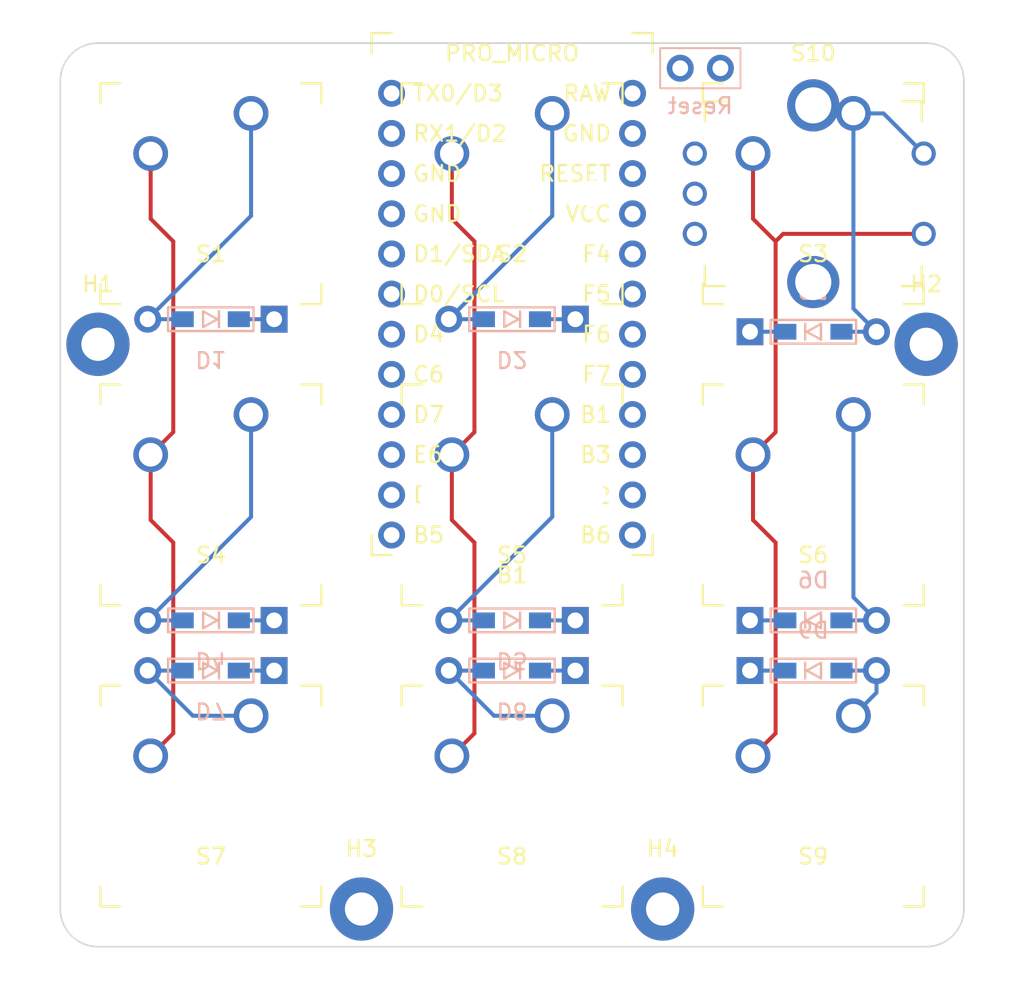
<source format=kicad_pcb>
(kicad_pcb (version 20211014) (generator pcbnew)
  (title_block (title "EK_M3x3") (date "2022-10-19") (rev "0") (company "ElsassKabel"))
  (layers (0 "F.Cu" signal) (31 "B.Cu" signal) (34 "B.Paste" user) (35 "F.Paste" user) (36 "B.SilkS" user "B.Silkscreen") (37 "F.SilkS" user "F.Silkscreen") (38 "B.Mask" user) (39 "F.Mask" user) (44 "Edge.Cuts" user))
  (net 0 "")
  (net 3 "GND")
  (net 7 "encA")
  (net 8 "encB")
  (net 9 "col2")
  (net 10 "col1")
  (net 11 "col0")
  (net 12 "row0")
  (net 13 "row1")
  (net 14 "row2")
  (net 18 "VCC")
  (net 20 "Net-(D1-Pad1)")
  (net 21 "Net-(D2-Pad1)")
  (net 22 "rotB")
  (net 23 "Net-(D4-Pad1)")
  (net 24 "Net-(D5-Pad1)")
  (net 25 "Net-(D6-Pad1)")
  (net 26 "Net-(D7-Pad1)")
  (net 27 "Net-(D8-Pad1)")
  (net 28 "Net-(D9-Pad1)")
  (net 29 "reset")
  (footprint "ElsassKabel:SWITCH_CHERRY_MX" (layer "F.Cu") (at 167.48125 115.09375)
    (fp_text reference "S9" (at 0 3.81 unlocked) (layer "F.SilkS"))
    (fp_text value "SWITCH_2PIN")
    (fp_line (start 5.715 6.985) (end 6.985 6.985) (layer "F.SilkS") (width 0.15))
    (fp_line (start -6.985 5.715) (end -6.985 6.985) (layer "F.SilkS") (width 0.15))
    (fp_line (start -6.985 6.985) (end -5.715 6.985) (layer "F.SilkS") (width 0.15))
    (fp_line (start 6.985 -5.715) (end 6.985 -6.985) (layer "F.SilkS") (width 0.15))
    (fp_line (start -6.985 -6.985) (end -6.985 -5.715) (layer "F.SilkS") (width 0.15))
    (fp_line (start 6.985 6.985) (end 6.985 5.715) (layer "F.SilkS") (width 0.15))
    (fp_line (start 6.985 -6.985) (end 5.715 -6.985) (layer "F.SilkS") (width 0.15))
    (fp_line (start -6.985 -6.985) (end -5.715 -6.985) (layer "F.SilkS") (width 0.15))
    (pad "" np_thru_hole circle (at 5.08 0) (size 1.7018 1.7018) (drill 1.7018) (layers F&B.Cu *.Mask))
    (pad "" np_thru_hole circle (at -5.08 0) (size 1.7018 1.7018) (drill 1.7018) (layers F&B.Cu *.Mask))
    (pad "" np_thru_hole circle (at 0 0) (size 4.0894 4.0894) (drill 4.0894) (layers F&B.Cu *.Mask))
    (pad "1" thru_hole circle (at -3.81 -2.54) (size 2.2 2.2) (drill 1.5) (layers *.Cu *.Mask) (net 9 "col2"))
    (pad "2" thru_hole circle (at 2.54 -5.08) (size 2.2 2.2) (drill 1.5) (layers *.Cu *.Mask) (net 28 "Net-(D9-Pad1)"))
  )
  (footprint "ElsassKabel:SWITCH_CHERRY_MX" (layer "F.Cu") (at 129.38125 96.04375)
    (fp_text reference "S4" (at 0 3.81 unlocked) (layer "F.SilkS"))
    (fp_text value "SWITCH_2PIN")
    (fp_line (start 5.715 6.985) (end 6.985 6.985) (layer "F.SilkS") (width 0.15))
    (fp_line (start -6.985 5.715) (end -6.985 6.985) (layer "F.SilkS") (width 0.15))
    (fp_line (start -6.985 -6.985) (end -5.715 -6.985) (layer "F.SilkS") (width 0.15))
    (fp_line (start -6.985 6.985) (end -5.715 6.985) (layer "F.SilkS") (width 0.15))
    (fp_line (start -6.985 -6.985) (end -6.985 -5.715) (layer "F.SilkS") (width 0.15))
    (fp_line (start 6.985 6.985) (end 6.985 5.715) (layer "F.SilkS") (width 0.15))
    (fp_line (start 6.985 -6.985) (end 5.715 -6.985) (layer "F.SilkS") (width 0.15))
    (fp_line (start 6.985 -5.715) (end 6.985 -6.985) (layer "F.SilkS") (width 0.15))
    (pad "" np_thru_hole circle (at 0 0) (size 4.0894 4.0894) (drill 4.0894) (layers F&B.Cu *.Mask))
    (pad "" np_thru_hole circle (at 5.08 0) (size 1.7018 1.7018) (drill 1.7018) (layers F&B.Cu *.Mask))
    (pad "" np_thru_hole circle (at -5.08 0) (size 1.7018 1.7018) (drill 1.7018) (layers F&B.Cu *.Mask))
    (pad "1" thru_hole circle (at -3.81 -2.54) (size 2.2 2.2) (drill 1.5) (layers *.Cu *.Mask) (net 11 "col0"))
    (pad "2" thru_hole circle (at 2.54 -5.08) (size 2.2 2.2) (drill 1.5) (layers *.Cu *.Mask) (net 23 "Net-(D4-Pad1)"))
  )
  (footprint "ElsassKabel:SWITCH_CHERRY_MX" (layer "F.Cu") (at 129.38125 76.99375)
    (fp_text reference "S1" (at 0 3.81 unlocked) (layer "F.SilkS"))
    (fp_text value "SWITCH_2PIN")
    (fp_line (start 6.985 -5.715) (end 6.985 -6.985) (layer "F.SilkS") (width 0.15))
    (fp_line (start -6.985 6.985) (end -5.715 6.985) (layer "F.SilkS") (width 0.15))
    (fp_line (start -6.985 -6.985) (end -5.715 -6.985) (layer "F.SilkS") (width 0.15))
    (fp_line (start -6.985 5.715) (end -6.985 6.985) (layer "F.SilkS") (width 0.15))
    (fp_line (start 6.985 6.985) (end 6.985 5.715) (layer "F.SilkS") (width 0.15))
    (fp_line (start 6.985 -6.985) (end 5.715 -6.985) (layer "F.SilkS") (width 0.15))
    (fp_line (start 5.715 6.985) (end 6.985 6.985) (layer "F.SilkS") (width 0.15))
    (fp_line (start -6.985 -6.985) (end -6.985 -5.715) (layer "F.SilkS") (width 0.15))
    (pad "" np_thru_hole circle (at 5.08 0) (size 1.7018 1.7018) (drill 1.7018) (layers F&B.Cu *.Mask))
    (pad "" np_thru_hole circle (at -5.08 0) (size 1.7018 1.7018) (drill 1.7018) (layers F&B.Cu *.Mask))
    (pad "" np_thru_hole circle (at 0 0) (size 4.0894 4.0894) (drill 4.0894) (layers F&B.Cu *.Mask))
    (pad "1" thru_hole circle (at -3.81 -2.54) (size 2.2 2.2) (drill 1.5) (layers *.Cu *.Mask) (net 11 "col0"))
    (pad "2" thru_hole circle (at 2.54 -5.08) (size 2.2 2.2) (drill 1.5) (layers *.Cu *.Mask) (net 20 "Net-(D1-Pad1)"))
  )
  (footprint "ElsassKabel:SWITCH_CHERRY_MX" (layer "F.Cu") (at 148.43125 76.99375)
    (fp_text reference "S2" (at 0 3.81 unlocked) (layer "F.SilkS"))
    (fp_text value "SWITCH_2PIN")
    (fp_line (start -6.985 -6.985) (end -6.985 -5.715) (layer "F.SilkS") (width 0.15))
    (fp_line (start 6.985 -6.985) (end 5.715 -6.985) (layer "F.SilkS") (width 0.15))
    (fp_line (start -6.985 6.985) (end -5.715 6.985) (layer "F.SilkS") (width 0.15))
    (fp_line (start -6.985 5.715) (end -6.985 6.985) (layer "F.SilkS") (width 0.15))
    (fp_line (start 6.985 -5.715) (end 6.985 -6.985) (layer "F.SilkS") (width 0.15))
    (fp_line (start 5.715 6.985) (end 6.985 6.985) (layer "F.SilkS") (width 0.15))
    (fp_line (start -6.985 -6.985) (end -5.715 -6.985) (layer "F.SilkS") (width 0.15))
    (fp_line (start 6.985 6.985) (end 6.985 5.715) (layer "F.SilkS") (width 0.15))
    (pad "" np_thru_hole circle (at 5.08 0) (size 1.7018 1.7018) (drill 1.7018) (layers F&B.Cu *.Mask))
    (pad "" np_thru_hole circle (at 0 0) (size 4.0894 4.0894) (drill 4.0894) (layers F&B.Cu *.Mask))
    (pad "" np_thru_hole circle (at -5.08 0) (size 1.7018 1.7018) (drill 1.7018) (layers F&B.Cu *.Mask))
    (pad "1" thru_hole circle (at -3.81 -2.54) (size 2.2 2.2) (drill 1.5) (layers *.Cu *.Mask) (net 10 "col1"))
    (pad "2" thru_hole circle (at 2.54 -5.08) (size 2.2 2.2) (drill 1.5) (layers *.Cu *.Mask) (net 21 "Net-(D2-Pad1)"))
  )
  (footprint "ElsassKabel:SWITCH_CHERRY_MX" (layer "F.Cu") (at 148.43125 115.09375)
    (fp_text reference "S8" (at 0 3.81 unlocked) (layer "F.SilkS"))
    (fp_text value "SWITCH_2PIN")
    (fp_line (start -6.985 5.715) (end -6.985 6.985) (layer "F.SilkS") (width 0.15))
    (fp_line (start 6.985 6.985) (end 6.985 5.715) (layer "F.SilkS") (width 0.15))
    (fp_line (start 5.715 6.985) (end 6.985 6.985) (layer "F.SilkS") (width 0.15))
    (fp_line (start -6.985 6.985) (end -5.715 6.985) (layer "F.SilkS") (width 0.15))
    (fp_line (start -6.985 -6.985) (end -5.715 -6.985) (layer "F.SilkS") (width 0.15))
    (fp_line (start -6.985 -6.985) (end -6.985 -5.715) (layer "F.SilkS") (width 0.15))
    (fp_line (start 6.985 -5.715) (end 6.985 -6.985) (layer "F.SilkS") (width 0.15))
    (fp_line (start 6.985 -6.985) (end 5.715 -6.985) (layer "F.SilkS") (width 0.15))
    (pad "" np_thru_hole circle (at -5.08 0) (size 1.7018 1.7018) (drill 1.7018) (layers F&B.Cu *.Mask))
    (pad "" np_thru_hole circle (at 5.08 0) (size 1.7018 1.7018) (drill 1.7018) (layers F&B.Cu *.Mask))
    (pad "" np_thru_hole circle (at 0 0) (size 4.0894 4.0894) (drill 4.0894) (layers F&B.Cu *.Mask))
    (pad "1" thru_hole circle (at -3.81 -2.54) (size 2.2 2.2) (drill 1.5) (layers *.Cu *.Mask) (net 10 "col1"))
    (pad "2" thru_hole circle (at 2.54 -5.08) (size 2.2 2.2) (drill 1.5) (layers *.Cu *.Mask) (net 27 "Net-(D8-Pad1)"))
  )
  (footprint "ElsassKabel:MOUNTING_HOLE_M2_PAD" (layer "F.Cu") (at 157.95625 122.2375)
    (fp_text reference "H4" (at 0 -3.81 unlocked) (layer "F.SilkS"))
    (fp_text value "MOUNTING_HOLE")
    (pad "1" thru_hole circle (at 0 0) (size 4 4) (drill 2.1) (layers *.Cu *.Mask))
  )
  (footprint "ElsassKabel:MOUNTING_HOLE_M2_PAD" (layer "F.Cu") (at 138.90625 122.2375)
    (fp_text reference "H3" (at 0 -3.81 unlocked) (layer "F.SilkS"))
    (fp_text value "MOUNTING_HOLE")
    (pad "1" thru_hole circle (at 0 0) (size 4 4) (drill 2.1) (layers *.Cu *.Mask))
  )
  (footprint "ElsassKabel:PRO_MICRO" (layer "F.Cu") (at 148.43125 83.34375)
    (fp_text reference "B1" (at 0 17.78) (layer "F.SilkS"))
    (fp_text value "PRO_MICRO" (at 0 -15.24) (layer "F.SilkS"))
    (fp_text user "B6" (at 6.35 15.24 unlocked) (layer "F.SilkS") (effects (justify right)))
    (fp_text user "D7" (at -6.35 7.62 unlocked) (layer "F.SilkS") (effects (justify left)))
    (fp_text user "GND" (at 6.35 -10.16 unlocked) (layer "F.SilkS") (effects (justify right)))
    (fp_text user "D4" (at -6.35 2.54 unlocked) (layer "F.SilkS") (effects (justify left)))
    (fp_text user "F6" (at 6.35 2.54 unlocked) (layer "F.SilkS") (effects (justify right)))
    (fp_text user "F5" (at 6.35 0 unlocked) (layer "F.SilkS") (effects (justify right)))
    (fp_text user "B1" (at 6.35 7.62 unlocked) (layer "F.SilkS") (effects (justify right)))
    (fp_text user "GND" (at -6.35 -5.08 unlocked) (layer "F.SilkS") (effects (justify left)))
    (fp_text user "F7" (at 6.35 5.08 unlocked) (layer "F.SilkS") (effects (justify right)))
    (fp_text user "VCC" (at 6.35 -5.08 unlocked) (layer "F.SilkS") (effects (justify right)))
    (fp_text user "RESET" (at 6.35 -7.62 unlocked) (layer "F.SilkS") (effects (justify right)))
    (fp_text user "D1/SDA" (at -6.35 -2.54 unlocked) (layer "F.SilkS") (effects (justify left)))
    (fp_text user "GND" (at -6.35 -7.62 unlocked) (layer "F.SilkS") (effects (justify left)))
    (fp_text user "E6" (at -6.35 10.16 unlocked) (layer "F.SilkS") (effects (justify left)))
    (fp_text user "B5" (at -6.35 15.24 unlocked) (layer "F.SilkS") (effects (justify left)))
    (fp_text user "F4" (at 6.35 -2.54 unlocked) (layer "F.SilkS") (effects (justify right)))
    (fp_text user "B2" (at 6.327588 12.752294 unlocked) (layer "F.SilkS") (effects (justify right)))
    (fp_text user "RAW" (at 6.35 -12.7 unlocked) (layer "F.SilkS") (effects (justify right)))
    (fp_text user "B4" (at -6.35 12.7 unlocked) (layer "F.SilkS") (effects (justify left)))
    (fp_text user "C6" (at -6.35 5.08 unlocked) (layer "F.SilkS") (effects (justify left)))
    (fp_text user "RX1/D2" (at -6.35 -10.16 unlocked) (layer "F.SilkS") (effects (justify left)))
    (fp_text user "B3" (at 6.35 10.16 unlocked) (layer "F.SilkS") (effects (justify right)))
    (fp_text user "D0/SCL" (at -6.35 0 unlocked) (layer "F.SilkS") (effects (justify left)))
    (fp_text user "TX0/D3" (at -6.35 -12.7 unlocked) (layer "F.SilkS") (effects (justify left)))
    (fp_line (start 7.62 -16.51) (end 8.89 -16.51) (layer "F.SilkS") (width 0.15))
    (fp_line (start 7.62 16.51) (end 8.89 16.51) (layer "F.SilkS") (width 0.15))
    (fp_line (start -8.89 16.51) (end -8.89 15.24) (layer "F.SilkS") (width 0.15))
    (fp_line (start 8.89 16.51) (end 8.89 15.24) (layer "F.SilkS") (width 0.15))
    (fp_line (start -7.62 16.51) (end -8.89 16.51) (layer "F.SilkS") (width 0.15))
    (fp_line (start -8.89 -15.24) (end -8.89 -16.51) (layer "F.SilkS") (width 0.15))
    (fp_line (start -8.89 -16.51) (end -7.62 -16.51) (layer "F.SilkS") (width 0.15))
    (fp_line (start 8.89 -16.51) (end 8.89 -15.24) (layer "F.SilkS") (width 0.15))
    (pad "1" thru_hole circle (at -7.62 -12.7) (size 1.7 1.7) (drill 1) (layers *.Cu *.Mask))
    (pad "2" thru_hole circle (at -7.62 -10.16) (size 1.7 1.7) (drill 1) (layers *.Cu *.Mask))
    (pad "3" thru_hole circle (at -7.62 -7.62) (size 1.7 1.7) (drill 1) (layers *.Cu *.Mask) (net 3 "GND"))
    (pad "4" thru_hole circle (at -7.62 -5.08) (size 1.7 1.7) (drill 1) (layers *.Cu *.Mask) (net 3 "GND"))
    (pad "5" thru_hole circle (at -7.62 -2.54) (size 1.7 1.7) (drill 1) (layers *.Cu *.Mask))
    (pad "6" thru_hole circle (at -7.62 0) (size 1.7 1.7) (drill 1) (layers *.Cu *.Mask))
    (pad "7" thru_hole circle (at -7.62 2.54) (size 1.7 1.7) (drill 1) (layers *.Cu *.Mask))
    (pad "8" thru_hole circle (at -7.62 5.08) (size 1.7 1.7) (drill 1) (layers *.Cu *.Mask))
    (pad "9" thru_hole circle (at -7.62 7.62) (size 1.7 1.7) (drill 1) (layers *.Cu *.Mask))
    (pad "10" thru_hole circle (at -7.62 10.16) (size 1.7 1.7) (drill 1) (layers *.Cu *.Mask) (net 11 "col0"))
    (pad "11" thru_hole circle (at -7.62 12.7) (size 1.7 1.7) (drill 1) (layers *.Cu *.Mask) (net 10 "col1"))
    (pad "12" thru_hole circle (at -7.62 15.24) (size 1.7 1.7) (drill 1) (layers *.Cu *.Mask) (net 9 "col2"))
    (pad "13" thru_hole circle (at 7.62 15.24) (size 1.7 1.7) (drill 1) (layers *.Cu *.Mask) (net 14 "row2"))
    (pad "14" thru_hole circle (at 7.62 12.7) (size 1.7 1.7) (drill 1) (layers *.Cu *.Mask) (net 13 "row1"))
    (pad "15" thru_hole circle (at 7.62 10.16) (size 1.7 1.7) (drill 1) (layers *.Cu *.Mask) (net 12 "row0"))
    (pad "16" thru_hole circle (at 7.62 7.62) (size 1.7 1.7) (drill 1) (layers *.Cu *.Mask) (net 8 "encB"))
    (pad "17" thru_hole circle (at 7.62 5.08) (size 1.7 1.7) (drill 1) (layers *.Cu *.Mask) (net 7 "encA"))
    (pad "18" thru_hole circle (at 7.62 2.54) (size 1.7 1.7) (drill 1) (layers *.Cu *.Mask))
    (pad "19" thru_hole circle (at 7.62 0) (size 1.7 1.7) (drill 1) (layers *.Cu *.Mask))
    (pad "20" thru_hole circle (at 7.62 -2.54) (size 1.7 1.7) (drill 1) (layers *.Cu *.Mask))
    (pad "21" thru_hole circle (at 7.62 -5.08) (size 1.7 1.7) (drill 1) (layers *.Cu *.Mask) (net 18 "VCC"))
    (pad "22" thru_hole circle (at 7.62 -7.62) (size 1.7 1.7) (drill 1) (layers *.Cu *.Mask) (net 29 "reset"))
    (pad "23" thru_hole circle (at 7.62 -10.16) (size 1.7 1.7) (drill 1) (layers *.Cu *.Mask) (net 3 "GND"))
    (pad "24" thru_hole circle (at 7.62 -12.7) (size 1.7 1.7) (drill 1) (layers *.Cu *.Mask))
  )
  (footprint "ElsassKabel:MOUNTING_HOLE_M2_PAD" (layer "F.Cu") (at 122.2375 86.51875)
    (fp_text reference "H1" (at 0 -3.81 unlocked) (layer "F.SilkS"))
    (fp_text value "MOUNTING_HOLE")
    (pad "1" thru_hole circle (at 0 0) (size 4 4) (drill 2.1) (layers *.Cu *.Mask))
  )
  (footprint "ElsassKabel:ROTARY_ENCODER" (layer "F.Cu") (at 167.48125 76.99375)
    (fp_text reference "S10" (at 0 -8.89) (layer "F.SilkS"))
    (fp_text value "ROTARY_ENCODER_SWITCH")
    (fp_line (start 6.858 -5.842) (end 5.588 -5.842) (layer "F.SilkS") (width 0.15))
    (fp_line (start -6.858 5.842) (end -6.858 4.572) (layer "F.SilkS") (width 0.15))
    (fp_line (start -6.858 -5.842) (end -6.858 -4.572) (layer "F.SilkS") (width 0.15))
    (fp_line (start -5.588 -5.842) (end -6.858 -5.842) (layer "F.SilkS") (width 0.15))
    (fp_line (start 6.858 5.842) (end 6.858 4.572) (layer "F.SilkS") (width 0.15))
    (fp_line (start 6.858 -5.842) (end 6.858 -4.572) (layer "F.SilkS") (width 0.15))
    (fp_line (start -6.858 5.842) (end -5.588 5.842) (layer "F.SilkS") (width 0.15))
    (fp_line (start 5.588 5.842) (end 6.858 5.842) (layer "F.SilkS") (width 0.15))
    (pad "" thru_hole circle (at 0 -5.588 180) (size 3.302 3.302) (drill 2.286) (layers *.Cu *.Mask))
    (pad "" thru_hole circle (at 0 5.588 180) (size 3.302 3.302) (drill 2.286) (layers *.Cu *.Mask))
    (pad "1" thru_hole circle (at 6.985 2.54 180) (size 1.524 1.524) (drill 1.016) (layers *.Cu *.Mask) (net 9 "col2"))
    (pad "2" thru_hole circle (at 6.985 -2.54 180) (size 1.524 1.524) (drill 1.016) (layers *.Cu *.Mask) (net 22 "rotB"))
    (pad "A" thru_hole circle (at -7.493 -2.54 180) (size 1.524 1.524) (drill 1.016) (layers *.Cu *.Mask) (net 7 "encA"))
    (pad "B" thru_hole circle (at -7.493 2.54 180) (size 1.524 1.524) (drill 1.016) (layers *.Cu *.Mask) (net 8 "encB"))
    (pad "C" thru_hole circle (at -7.493 0 180) (size 1.524 1.524) (drill 1.016) (layers *.Cu *.Mask) (net 3 "GND"))
  )
  (footprint "ElsassKabel:SWITCH_CHERRY_MX" (layer "F.Cu") (at 167.48125 96.04375)
    (fp_text reference "S6" (at 0 3.81 unlocked) (layer "F.SilkS"))
    (fp_text value "SWITCH_2PIN")
    (fp_line (start 5.715 6.985) (end 6.985 6.985) (layer "F.SilkS") (width 0.15))
    (fp_line (start 6.985 6.985) (end 6.985 5.715) (layer "F.SilkS") (width 0.15))
    (fp_line (start -6.985 -6.985) (end -5.715 -6.985) (layer "F.SilkS") (width 0.15))
    (fp_line (start 6.985 -6.985) (end 5.715 -6.985) (layer "F.SilkS") (width 0.15))
    (fp_line (start -6.985 -6.985) (end -6.985 -5.715) (layer "F.SilkS") (width 0.15))
    (fp_line (start 6.985 -5.715) (end 6.985 -6.985) (layer "F.SilkS") (width 0.15))
    (fp_line (start -6.985 5.715) (end -6.985 6.985) (layer "F.SilkS") (width 0.15))
    (fp_line (start -6.985 6.985) (end -5.715 6.985) (layer "F.SilkS") (width 0.15))
    (pad "" np_thru_hole circle (at 5.08 0) (size 1.7018 1.7018) (drill 1.7018) (layers F&B.Cu *.Mask))
    (pad "" np_thru_hole circle (at 0 0) (size 4.0894 4.0894) (drill 4.0894) (layers F&B.Cu *.Mask))
    (pad "" np_thru_hole circle (at -5.08 0) (size 1.7018 1.7018) (drill 1.7018) (layers F&B.Cu *.Mask))
    (pad "1" thru_hole circle (at -3.81 -2.54) (size 2.2 2.2) (drill 1.5) (layers *.Cu *.Mask) (net 9 "col2"))
    (pad "2" thru_hole circle (at 2.54 -5.08) (size 2.2 2.2) (drill 1.5) (layers *.Cu *.Mask) (net 25 "Net-(D6-Pad1)"))
  )
  (footprint "ElsassKabel:SWITCH_CHERRY_MX" (layer "F.Cu") (at 129.38125 115.09375)
    (fp_text reference "S7" (at 0 3.81 unlocked) (layer "F.SilkS"))
    (fp_text value "SWITCH_2PIN")
    (fp_line (start 6.985 6.985) (end 6.985 5.715) (layer "F.SilkS") (width 0.15))
    (fp_line (start -6.985 6.985) (end -5.715 6.985) (layer "F.SilkS") (width 0.15))
    (fp_line (start -6.985 5.715) (end -6.985 6.985) (layer "F.SilkS") (width 0.15))
    (fp_line (start 5.715 6.985) (end 6.985 6.985) (layer "F.SilkS") (width 0.15))
    (fp_line (start 6.985 -6.985) (end 5.715 -6.985) (layer "F.SilkS") (width 0.15))
    (fp_line (start -6.985 -6.985) (end -6.985 -5.715) (layer "F.SilkS") (width 0.15))
    (fp_line (start 6.985 -5.715) (end 6.985 -6.985) (layer "F.SilkS") (width 0.15))
    (fp_line (start -6.985 -6.985) (end -5.715 -6.985) (layer "F.SilkS") (width 0.15))
    (pad "" np_thru_hole circle (at 0 0) (size 4.0894 4.0894) (drill 4.0894) (layers F&B.Cu *.Mask))
    (pad "" np_thru_hole circle (at -5.08 0) (size 1.7018 1.7018) (drill 1.7018) (layers F&B.Cu *.Mask))
    (pad "" np_thru_hole circle (at 5.08 0) (size 1.7018 1.7018) (drill 1.7018) (layers F&B.Cu *.Mask))
    (pad "1" thru_hole circle (at -3.81 -2.54) (size 2.2 2.2) (drill 1.5) (layers *.Cu *.Mask) (net 11 "col0"))
    (pad "2" thru_hole circle (at 2.54 -5.08) (size 2.2 2.2) (drill 1.5) (layers *.Cu *.Mask) (net 26 "Net-(D7-Pad1)"))
  )
  (footprint "ElsassKabel:SWITCH_CHERRY_MX" (layer "F.Cu") (at 148.43125 96.04375)
    (fp_text reference "S5" (at 0 3.81 unlocked) (layer "F.SilkS"))
    (fp_text value "SWITCH_2PIN")
    (fp_line (start 5.715 6.985) (end 6.985 6.985) (layer "F.SilkS") (width 0.15))
    (fp_line (start -6.985 5.715) (end -6.985 6.985) (layer "F.SilkS") (width 0.15))
    (fp_line (start -6.985 -6.985) (end -5.715 -6.985) (layer "F.SilkS") (width 0.15))
    (fp_line (start 6.985 -6.985) (end 5.715 -6.985) (layer "F.SilkS") (width 0.15))
    (fp_line (start -6.985 6.985) (end -5.715 6.985) (layer "F.SilkS") (width 0.15))
    (fp_line (start -6.985 -6.985) (end -6.985 -5.715) (layer "F.SilkS") (width 0.15))
    (fp_line (start 6.985 6.985) (end 6.985 5.715) (layer "F.SilkS") (width 0.15))
    (fp_line (start 6.985 -5.715) (end 6.985 -6.985) (layer "F.SilkS") (width 0.15))
    (pad "" np_thru_hole circle (at 0 0) (size 4.0894 4.0894) (drill 4.0894) (layers F&B.Cu *.Mask))
    (pad "" np_thru_hole circle (at -5.08 0) (size 1.7018 1.7018) (drill 1.7018) (layers F&B.Cu *.Mask))
    (pad "" np_thru_hole circle (at 5.08 0) (size 1.7018 1.7018) (drill 1.7018) (layers F&B.Cu *.Mask))
    (pad "1" thru_hole circle (at -3.81 -2.54) (size 2.2 2.2) (drill 1.5) (layers *.Cu *.Mask) (net 10 "col1"))
    (pad "2" thru_hole circle (at 2.54 -5.08) (size 2.2 2.2) (drill 1.5) (layers *.Cu *.Mask) (net 24 "Net-(D5-Pad1)"))
  )
  (footprint "ElsassKabel:MOUNTING_HOLE_M2_PAD" (layer "F.Cu") (at 174.625 86.51875)
    (fp_text reference "H2" (at 0 -3.81 unlocked) (layer "F.SilkS"))
    (fp_text value "MOUNTING_HOLE")
    (pad "1" thru_hole circle (at 0 0) (size 4 4) (drill 2.1) (layers *.Cu *.Mask))
  )
  (footprint "ElsassKabel:SWITCH_CHERRY_MX" (layer "F.Cu") (at 167.48125 76.99375)
    (fp_text reference "S3" (at 0 3.81 unlocked) (layer "F.SilkS"))
    (fp_text value "SWITCH_2PIN")
    (fp_line (start 6.985 6.985) (end 6.985 5.715) (layer "F.SilkS") (width 0.15))
    (fp_line (start 5.715 6.985) (end 6.985 6.985) (layer "F.SilkS") (width 0.15))
    (fp_line (start -6.985 -6.985) (end -6.985 -5.715) (layer "F.SilkS") (width 0.15))
    (fp_line (start -6.985 6.985) (end -5.715 6.985) (layer "F.SilkS") (width 0.15))
    (fp_line (start 6.985 -6.985) (end 5.715 -6.985) (layer "F.SilkS") (width 0.15))
    (fp_line (start 6.985 -5.715) (end 6.985 -6.985) (layer "F.SilkS") (width 0.15))
    (fp_line (start -6.985 5.715) (end -6.985 6.985) (layer "F.SilkS") (width 0.15))
    (fp_line (start -6.985 -6.985) (end -5.715 -6.985) (layer "F.SilkS") (width 0.15))
    (pad "" np_thru_hole circle (at 0 0) (size 4.0894 4.0894) (drill 4.0894) (layers F&B.Cu *.Mask))
    (pad "" np_thru_hole circle (at 5.08 0) (size 1.7018 1.7018) (drill 1.7018) (layers F&B.Cu *.Mask))
    (pad "" np_thru_hole circle (at -5.08 0) (size 1.7018 1.7018) (drill 1.7018) (layers F&B.Cu *.Mask))
    (pad "1" thru_hole circle (at -3.81 -2.54) (size 2.2 2.2) (drill 1.5) (layers *.Cu *.Mask) (net 9 "col2"))
    (pad "2" thru_hole circle (at 2.54 -5.08) (size 2.2 2.2) (drill 1.5) (layers *.Cu *.Mask) (net 22 "rotB"))
  )
  (footprint "ElsassKabel:CONN_2PIN" (layer "B.Cu") (at 160.3375 69.05625 -90)
    (fp_text reference "Reset" (at 2.38125 0 unlocked) (layer "B.SilkS") (effects (justify mirror)))
    (fp_text value "CONN_2PIN")
    (fp_rect (start -1.27 2.54) (end 1.27 -2.54) (layer "B.SilkS") (width 0.12) (fill none))
    (pad "1" thru_hole circle (at 0 1.27 270) (size 1.7 1.7) (drill 1) (layers *.Cu *.Mask) (net 29 "reset"))
    (pad "2" thru_hole circle (at 0 -1.27 270) (size 1.7 1.7) (drill 1) (layers *.Cu *.Mask) (net 3 "GND"))
  )
  (footprint "ElsassKabel:DIODE_1N4148_HOLE_SOD-123" (layer "B.Cu") (at 167.48125 85.725 180)
    (fp_text reference "D3" (at 0 2.54 unlocked) (layer "B.SilkS") (effects (justify mirror)))
    (fp_text value "DIODE")
    (fp_line (start -0.492 0.5) (end 0.408 0) (layer "B.SilkS") (width 0.15))
    (fp_line (start -2.708 -0.75) (end 2.692 -0.75) (layer "B.SilkS") (width 0.15))
    (fp_line (start 2.692 0.75) (end -2.708 0.75) (layer "B.SilkS") (width 0.15))
    (fp_line (start -2.708 0.75) (end -2.708 -0.75) (layer "B.SilkS") (width 0.15))
    (fp_line (start 2.692 0.75) (end 2.692 -0.75) (layer "B.SilkS") (width 0.15))
    (fp_line (start 0.508 -0.5) (end 0.508 0.5) (layer "B.SilkS") (width 0.15))
    (fp_line (start -0.492 -0.5) (end -0.492 0.5) (layer "B.SilkS") (width 0.15))
    (fp_line (start 0.408 0) (end -0.492 -0.5) (layer "B.SilkS") (width 0.15))
    (pad "1" smd rect (at -1.783 0 180) (size 1.4 1) (layers "B.Cu" "B.Paste" "B.Mask") (net 22 "rotB"))
    (pad "1" thru_hole circle (at -4 0 180) (size 1.7 1.7) (drill 1) (layers *.Cu *.Mask) (net 22 "rotB"))
    (pad "2" smd rect (at 1.767 0 180) (size 1.4 1) (layers "B.Cu" "B.Paste" "B.Mask") (net 12 "row0"))
    (pad "2" thru_hole rect (at 4 0 180) (size 1.7 1.7) (drill 1) (layers *.Cu *.Mask) (net 12 "row0"))
  )
  (footprint "ElsassKabel:DIODE_1N4148_HOLE_SOD-123" (layer "B.Cu") (at 148.43125 84.93125)
    (fp_text reference "D2" (at 0 2.54 180 unlocked) (layer "B.SilkS") (effects (justify mirror)))
    (fp_text value "DIODE")
    (fp_line (start 0.508 -0.5) (end 0.508 0.5) (layer "B.SilkS") (width 0.15))
    (fp_line (start 0.408 0) (end -0.492 -0.5) (layer "B.SilkS") (width 0.15))
    (fp_line (start -2.708 -0.75) (end 2.692 -0.75) (layer "B.SilkS") (width 0.15))
    (fp_line (start -0.492 -0.5) (end -0.492 0.5) (layer "B.SilkS") (width 0.15))
    (fp_line (start 2.692 0.75) (end -2.708 0.75) (layer "B.SilkS") (width 0.15))
    (fp_line (start -0.492 0.5) (end 0.408 0) (layer "B.SilkS") (width 0.15))
    (fp_line (start -2.708 0.75) (end -2.708 -0.75) (layer "B.SilkS") (width 0.15))
    (fp_line (start 2.692 0.75) (end 2.692 -0.75) (layer "B.SilkS") (width 0.15))
    (pad "1" thru_hole circle (at -4 0) (size 1.7 1.7) (drill 1) (layers *.Cu *.Mask) (net 21 "Net-(D2-Pad1)"))
    (pad "1" smd rect (at -1.783 0) (size 1.4 1) (layers "B.Cu" "B.Paste" "B.Mask") (net 21 "Net-(D2-Pad1)"))
    (pad "2" thru_hole rect (at 4 0) (size 1.7 1.7) (drill 1) (layers *.Cu *.Mask) (net 12 "row0"))
    (pad "2" smd rect (at 1.767 0) (size 1.4 1) (layers "B.Cu" "B.Paste" "B.Mask") (net 12 "row0"))
  )
  (footprint "ElsassKabel:DIODE_1N4148_HOLE_SOD-123" (layer "B.Cu") (at 148.43125 107.15625)
    (fp_text reference "D8" (at 0 2.54 180 unlocked) (layer "B.SilkS") (effects (justify mirror)))
    (fp_text value "DIODE")
    (fp_line (start -0.492 0.5) (end 0.408 0) (layer "B.SilkS") (width 0.15))
    (fp_line (start -2.708 0.75) (end -2.708 -0.75) (layer "B.SilkS") (width 0.15))
    (fp_line (start 2.692 0.75) (end -2.708 0.75) (layer "B.SilkS") (width 0.15))
    (fp_line (start -0.492 -0.5) (end -0.492 0.5) (layer "B.SilkS") (width 0.15))
    (fp_line (start -2.708 -0.75) (end 2.692 -0.75) (layer "B.SilkS") (width 0.15))
    (fp_line (start 0.508 -0.5) (end 0.508 0.5) (layer "B.SilkS") (width 0.15))
    (fp_line (start 0.408 0) (end -0.492 -0.5) (layer "B.SilkS") (width 0.15))
    (fp_line (start 2.692 0.75) (end 2.692 -0.75) (layer "B.SilkS") (width 0.15))
    (pad "1" smd rect (at -1.783 0) (size 1.4 1) (layers "B.Cu" "B.Paste" "B.Mask") (net 27 "Net-(D8-Pad1)"))
    (pad "1" thru_hole circle (at -4 0) (size 1.7 1.7) (drill 1) (layers *.Cu *.Mask) (net 27 "Net-(D8-Pad1)"))
    (pad "2" smd rect (at 1.767 0) (size 1.4 1) (layers "B.Cu" "B.Paste" "B.Mask") (net 14 "row2"))
    (pad "2" thru_hole rect (at 4 0) (size 1.7 1.7) (drill 1) (layers *.Cu *.Mask) (net 14 "row2"))
  )
  (footprint "ElsassKabel:DIODE_1N4148_HOLE_SOD-123" (layer "B.Cu") (at 148.43125 103.98125)
    (fp_text reference "D5" (at 0 2.54 180 unlocked) (layer "B.SilkS") (effects (justify mirror)))
    (fp_text value "DIODE")
    (fp_line (start 0.508 -0.5) (end 0.508 0.5) (layer "B.SilkS") (width 0.15))
    (fp_line (start 2.692 0.75) (end -2.708 0.75) (layer "B.SilkS") (width 0.15))
    (fp_line (start 2.692 0.75) (end 2.692 -0.75) (layer "B.SilkS") (width 0.15))
    (fp_line (start -2.708 0.75) (end -2.708 -0.75) (layer "B.SilkS") (width 0.15))
    (fp_line (start -2.708 -0.75) (end 2.692 -0.75) (layer "B.SilkS") (width 0.15))
    (fp_line (start -0.492 0.5) (end 0.408 0) (layer "B.SilkS") (width 0.15))
    (fp_line (start 0.408 0) (end -0.492 -0.5) (layer "B.SilkS") (width 0.15))
    (fp_line (start -0.492 -0.5) (end -0.492 0.5) (layer "B.SilkS") (width 0.15))
    (pad "1" thru_hole circle (at -4 0) (size 1.7 1.7) (drill 1) (layers *.Cu *.Mask) (net 24 "Net-(D5-Pad1)"))
    (pad "1" smd rect (at -1.783 0) (size 1.4 1) (layers "B.Cu" "B.Paste" "B.Mask") (net 24 "Net-(D5-Pad1)"))
    (pad "2" smd rect (at 1.767 0) (size 1.4 1) (layers "B.Cu" "B.Paste" "B.Mask") (net 13 "row1"))
    (pad "2" thru_hole rect (at 4 0) (size 1.7 1.7) (drill 1) (layers *.Cu *.Mask) (net 13 "row1"))
  )
  (footprint "ElsassKabel:DIODE_1N4148_HOLE_SOD-123" (layer "B.Cu") (at 129.38125 107.15625)
    (fp_text reference "D7" (at 0 2.54 180 unlocked) (layer "B.SilkS") (effects (justify mirror)))
    (fp_text value "DIODE")
    (fp_line (start 2.692 0.75) (end 2.692 -0.75) (layer "B.SilkS") (width 0.15))
    (fp_line (start 0.408 0) (end -0.492 -0.5) (layer "B.SilkS") (width 0.15))
    (fp_line (start -0.492 0.5) (end 0.408 0) (layer "B.SilkS") (width 0.15))
    (fp_line (start -0.492 -0.5) (end -0.492 0.5) (layer "B.SilkS") (width 0.15))
    (fp_line (start -2.708 -0.75) (end 2.692 -0.75) (layer "B.SilkS") (width 0.15))
    (fp_line (start 2.692 0.75) (end -2.708 0.75) (layer "B.SilkS") (width 0.15))
    (fp_line (start 0.508 -0.5) (end 0.508 0.5) (layer "B.SilkS") (width 0.15))
    (fp_line (start -2.708 0.75) (end -2.708 -0.75) (layer "B.SilkS") (width 0.15))
    (pad "1" smd rect (at -1.783 0) (size 1.4 1) (layers "B.Cu" "B.Paste" "B.Mask") (net 26 "Net-(D7-Pad1)"))
    (pad "1" thru_hole circle (at -4 0) (size 1.7 1.7) (drill 1) (layers *.Cu *.Mask) (net 26 "Net-(D7-Pad1)"))
    (pad "2" thru_hole rect (at 4 0) (size 1.7 1.7) (drill 1) (layers *.Cu *.Mask) (net 14 "row2"))
    (pad "2" smd rect (at 1.767 0) (size 1.4 1) (layers "B.Cu" "B.Paste" "B.Mask") (net 14 "row2"))
  )
  (footprint "ElsassKabel:DIODE_1N4148_HOLE_SOD-123" (layer "B.Cu") (at 129.38125 103.98125)
    (fp_text reference "D4" (at 0 2.54 180 unlocked) (layer "B.SilkS") (effects (justify mirror)))
    (fp_text value "DIODE")
    (fp_line (start 2.692 0.75) (end 2.692 -0.75) (layer "B.SilkS") (width 0.15))
    (fp_line (start -2.708 -0.75) (end 2.692 -0.75) (layer "B.SilkS") (width 0.15))
    (fp_line (start 0.408 0) (end -0.492 -0.5) (layer "B.SilkS") (width 0.15))
    (fp_line (start 2.692 0.75) (end -2.708 0.75) (layer "B.SilkS") (width 0.15))
    (fp_line (start -2.708 0.75) (end -2.708 -0.75) (layer "B.SilkS") (width 0.15))
    (fp_line (start -0.492 0.5) (end 0.408 0) (layer "B.SilkS") (width 0.15))
    (fp_line (start 0.508 -0.5) (end 0.508 0.5) (layer "B.SilkS") (width 0.15))
    (fp_line (start -0.492 -0.5) (end -0.492 0.5) (layer "B.SilkS") (width 0.15))
    (pad "1" smd rect (at -1.783 0) (size 1.4 1) (layers "B.Cu" "B.Paste" "B.Mask") (net 23 "Net-(D4-Pad1)"))
    (pad "1" thru_hole circle (at -4 0) (size 1.7 1.7) (drill 1) (layers *.Cu *.Mask) (net 23 "Net-(D4-Pad1)"))
    (pad "2" smd rect (at 1.767 0) (size 1.4 1) (layers "B.Cu" "B.Paste" "B.Mask") (net 13 "row1"))
    (pad "2" thru_hole rect (at 4 0) (size 1.7 1.7) (drill 1) (layers *.Cu *.Mask) (net 13 "row1"))
  )
  (footprint "ElsassKabel:DIODE_1N4148_HOLE_SOD-123" (layer "B.Cu") (at 167.48125 103.98125 180)
    (fp_text reference "D6" (at 0 2.54 unlocked) (layer "B.SilkS") (effects (justify mirror)))
    (fp_text value "DIODE")
    (fp_line (start 2.692 0.75) (end -2.708 0.75) (layer "B.SilkS") (width 0.15))
    (fp_line (start 0.508 -0.5) (end 0.508 0.5) (layer "B.SilkS") (width 0.15))
    (fp_line (start -0.492 0.5) (end 0.408 0) (layer "B.SilkS") (width 0.15))
    (fp_line (start 2.692 0.75) (end 2.692 -0.75) (layer "B.SilkS") (width 0.15))
    (fp_line (start -2.708 0.75) (end -2.708 -0.75) (layer "B.SilkS") (width 0.15))
    (fp_line (start -0.492 -0.5) (end -0.492 0.5) (layer "B.SilkS") (width 0.15))
    (fp_line (start 0.408 0) (end -0.492 -0.5) (layer "B.SilkS") (width 0.15))
    (fp_line (start -2.708 -0.75) (end 2.692 -0.75) (layer "B.SilkS") (width 0.15))
    (pad "1" smd rect (at -1.783 0 180) (size 1.4 1) (layers "B.Cu" "B.Paste" "B.Mask") (net 25 "Net-(D6-Pad1)"))
    (pad "1" thru_hole circle (at -4 0 180) (size 1.7 1.7) (drill 1) (layers *.Cu *.Mask) (net 25 "Net-(D6-Pad1)"))
    (pad "2" thru_hole rect (at 4 0 180) (size 1.7 1.7) (drill 1) (layers *.Cu *.Mask) (net 13 "row1"))
    (pad "2" smd rect (at 1.767 0 180) (size 1.4 1) (layers "B.Cu" "B.Paste" "B.Mask") (net 13 "row1"))
  )
  (footprint "ElsassKabel:DIODE_1N4148_HOLE_SOD-123" (layer "B.Cu") (at 129.38125 84.93125)
    (fp_text reference "D1" (at 0 2.54 180 unlocked) (layer "B.SilkS") (effects (justify mirror)))
    (fp_text value "DIODE")
    (fp_line (start 0.408 0) (end -0.492 -0.5) (layer "B.SilkS") (width 0.15))
    (fp_line (start 2.692 0.75) (end 2.692 -0.75) (layer "B.SilkS") (width 0.15))
    (fp_line (start 2.692 0.75) (end -2.708 0.75) (layer "B.SilkS") (width 0.15))
    (fp_line (start -2.708 0.75) (end -2.708 -0.75) (layer "B.SilkS") (width 0.15))
    (fp_line (start -0.492 -0.5) (end -0.492 0.5) (layer "B.SilkS") (width 0.15))
    (fp_line (start 0.508 -0.5) (end 0.508 0.5) (layer "B.SilkS") (width 0.15))
    (fp_line (start -2.708 -0.75) (end 2.692 -0.75) (layer "B.SilkS") (width 0.15))
    (fp_line (start -0.492 0.5) (end 0.408 0) (layer "B.SilkS") (width 0.15))
    (pad "1" thru_hole circle (at -4 0) (size 1.7 1.7) (drill 1) (layers *.Cu *.Mask) (net 20 "Net-(D1-Pad1)"))
    (pad "1" smd rect (at -1.783 0) (size 1.4 1) (layers "B.Cu" "B.Paste" "B.Mask") (net 20 "Net-(D1-Pad1)"))
    (pad "2" thru_hole rect (at 4 0) (size 1.7 1.7) (drill 1) (layers *.Cu *.Mask) (net 12 "row0"))
    (pad "2" smd rect (at 1.767 0) (size 1.4 1) (layers "B.Cu" "B.Paste" "B.Mask") (net 12 "row0"))
  )
  (footprint "ElsassKabel:DIODE_1N4148_HOLE_SOD-123" (layer "B.Cu") (at 167.48125 107.15625 180)
    (fp_text reference "D9" (at 0 2.54 unlocked) (layer "B.SilkS") (effects (justify mirror)))
    (fp_text value "DIODE")
    (fp_line (start -2.708 0.75) (end -2.708 -0.75) (layer "B.SilkS") (width 0.15))
    (fp_line (start 2.692 0.75) (end -2.708 0.75) (layer "B.SilkS") (width 0.15))
    (fp_line (start 2.692 0.75) (end 2.692 -0.75) (layer "B.SilkS") (width 0.15))
    (fp_line (start 0.508 -0.5) (end 0.508 0.5) (layer "B.SilkS") (width 0.15))
    (fp_line (start -0.492 -0.5) (end -0.492 0.5) (layer "B.SilkS") (width 0.15))
    (fp_line (start 0.408 0) (end -0.492 -0.5) (layer "B.SilkS") (width 0.15))
    (fp_line (start -0.492 0.5) (end 0.408 0) (layer "B.SilkS") (width 0.15))
    (fp_line (start -2.708 -0.75) (end 2.692 -0.75) (layer "B.SilkS") (width 0.15))
    (pad "1" thru_hole circle (at -4 0 180) (size 1.7 1.7) (drill 1) (layers *.Cu *.Mask) (net 28 "Net-(D9-Pad1)"))
    (pad "1" smd rect (at -1.783 0 180) (size 1.4 1) (layers "B.Cu" "B.Paste" "B.Mask") (net 28 "Net-(D9-Pad1)"))
    (pad "2" thru_hole rect (at 4 0 180) (size 1.7 1.7) (drill 1) (layers *.Cu *.Mask) (net 14 "row2"))
    (pad "2" smd rect (at 1.767 0 180) (size 1.4 1) (layers "B.Cu" "B.Paste" "B.Mask") (net 14 "row2"))
  )
  (gr_line (start 122.2375 67.46875) (end 174.625 67.46875) (layer "Edge.Cuts") (width 0.1))
  (gr_line (start 174.625 124.61875) (end 122.2375 124.61875) (layer "Edge.Cuts") (width 0.1))
  (gr_arc (start 122.2375 124.61875) (mid 120.553702 123.921298) (end 119.85625 122.2375) (layer "Edge.Cuts") (width 0.1))
  (gr_arc (start 119.85625 69.85) (mid 120.553702 68.166202) (end 122.2375 67.46875) (layer "Edge.Cuts") (width 0.1))
  (gr_line (start 119.85625 122.2375) (end 119.85625 69.85) (layer "Edge.Cuts") (width 0.1))
  (gr_arc (start 174.625 67.46875) (mid 176.308798 68.166202) (end 177.00625 69.85) (layer "Edge.Cuts") (width 0.1))
  (gr_line (start 177.00625 69.85) (end 177.00625 122.2375) (layer "Edge.Cuts") (width 0.1))
  (gr_arc (start 177.00625 122.2375) (mid 176.308798 123.921298) (end 174.625 124.61875) (layer "Edge.Cuts") (width 0.1))
  (segment (start 165.1 99.06) (end 165.1 111.125) (width 0.254) (layer "F.Cu") (net 9))
  (segment (start 163.67125 93.50375) (end 163.67125 97.63125) (width 0.254) (layer "F.Cu") (net 9))
  (segment (start 165.1 111.125) (end 163.67125 112.55375) (width 0.254) (layer "F.Cu") (net 9))
  (segment (start 165.1 80.01) (end 165.1 92.075) (width 0.254) (layer "F.Cu") (net 9))
  (segment (start 165.1 92.075) (end 163.67125 93.50375) (width 0.254) (layer "F.Cu") (net 9))
  (segment (start 163.67125 97.63125) (end 165.1 99.06) (width 0.254) (layer "F.Cu") (net 9))
  (segment (start 163.67125 78.58125) (end 165.1 80.01) (width 0.254) (layer "F.Cu") (net 9))
  (segment (start 163.67125 74.45375) (end 163.67125 78.58125) (width 0.254) (layer "F.Cu") (net 9))
  (segment (start 165.57625 79.53375) (end 165.1 80.01) (width 0.254) (layer "F.Cu") (net 9))
  (segment (start 174.46625 79.53375) (end 165.57625 79.53375) (width 0.254) (layer "F.Cu") (net 9))
  (segment (start 144.62125 93.50375) (end 144.62125 97.63125) (width 0.254) (layer "F.Cu") (net 10))
  (segment (start 146.05 92.075) (end 144.62125 93.50375) (width 0.254) (layer "F.Cu") (net 10))
  (segment (start 146.05 111.125) (end 144.62125 112.55375) (width 0.254) (layer "F.Cu") (net 10))
  (segment (start 146.05 99.06) (end 146.05 111.125) (width 0.254) (layer "F.Cu") (net 10))
  (segment (start 144.62125 97.63125) (end 146.05 99.06) (width 0.254) (layer "F.Cu") (net 10))
  (segment (start 144.62125 78.58125) (end 146.05 80.01) (width 0.254) (layer "F.Cu") (net 10))
  (segment (start 146.05 80.01) (end 146.05 92.075) (width 0.254) (layer "F.Cu") (net 10))
  (segment (start 144.62125 74.45375) (end 144.62125 78.58125) (width 0.254) (layer "F.Cu") (net 10))
  (segment (start 127 111.125) (end 125.57125 112.55375) (width 0.254) (layer "F.Cu") (net 11))
  (segment (start 127 80.01) (end 127 92.075) (width 0.254) (layer "F.Cu") (net 11))
  (segment (start 125.57125 74.45375) (end 125.57125 78.58125) (width 0.254) (layer "F.Cu") (net 11))
  (segment (start 125.57125 97.63125) (end 127 99.06) (width 0.254) (layer "F.Cu") (net 11))
  (segment (start 127 92.075) (end 125.57125 93.50375) (width 0.254) (layer "F.Cu") (net 11))
  (segment (start 127 99.06) (end 127 111.125) (width 0.254) (layer "F.Cu") (net 11))
  (segment (start 125.57125 78.58125) (end 127 80.01) (width 0.254) (layer "F.Cu") (net 11))
  (segment (start 125.57125 93.50375) (end 125.57125 97.63125) (width 0.254) (layer "F.Cu") (net 11))
  (segment (start 150.19825 84.93125) (end 152.43125 84.93125) (width 0.254) (layer "B.Cu") (net 12))
  (segment (start 163.48125 85.725) (end 165.71425 85.725) (width 0.254) (layer "B.Cu") (net 12))
  (segment (start 131.14825 84.93125) (end 133.38125 84.93125) (width 0.254) (layer "B.Cu") (net 12))
  (segment (start 150.19825 103.98125) (end 152.43125 103.98125) (width 0.254) (layer "B.Cu") (net 13))
  (segment (start 131.14825 103.98125) (end 133.38125 103.98125) (width 0.254) (layer "B.Cu") (net 13))
  (segment (start 165.71425 103.98125) (end 163.48125 103.98125) (width 0.254) (layer "B.Cu") (net 13))
  (segment (start 150.19825 107.15625) (end 152.43125 107.15625) (width 0.254) (layer "B.Cu") (net 14))
  (segment (start 165.71425 107.15625) (end 163.48125 107.15625) (width 0.254) (layer "B.Cu") (net 14))
  (segment (start 131.14825 107.15625) (end 133.38125 107.15625) (width 0.254) (layer "B.Cu") (net 14))
  (segment (start 131.92125 78.39125) (end 125.38125 84.93125) (width 0.254) (layer "B.Cu") (net 20))
  (segment (start 127.59825 84.93125) (end 125.38125 84.93125) (width 0.254) (layer "B.Cu") (net 20))
  (segment (start 131.92125 71.91375) (end 131.92125 78.39125) (width 0.254) (layer "B.Cu") (net 20))
  (segment (start 150.97125 71.91375) (end 150.97125 78.39125) (width 0.254) (layer "B.Cu") (net 21))
  (segment (start 144.43125 84.93125) (end 146.64825 84.93125) (width 0.254) (layer "B.Cu") (net 21))
  (segment (start 150.97125 78.39125) (end 144.43125 84.93125) (width 0.254) (layer "B.Cu") (net 21))
  (segment (start 169.26425 85.725) (end 171.48125 85.725) (width 0.254) (layer "B.Cu") (net 22))
  (segment (start 170.02125 71.91375) (end 170.02125 80.16875) (width 0.254) (layer "B.Cu") (net 22))
  (segment (start 170.02125 80.16875) (end 170.02125 84.265) (width 0.254) (layer "B.Cu") (net 22))
  (segment (start 171.92625 71.91375) (end 174.46625 74.45375) (width 0.254) (layer "B.Cu") (net 22))
  (segment (start 170.02125 71.91375) (end 171.92625 71.91375) (width 0.254) (layer "B.Cu") (net 22))
  (segment (start 170.02125 84.265) (end 171.48125 85.725) (width 0.254) (layer "B.Cu") (net 22))
  (segment (start 125.38125 103.98125) (end 127.59825 103.98125) (width 0.254) (layer "B.Cu") (net 23))
  (segment (start 131.92125 97.44125) (end 125.38125 103.98125) (width 0.254) (layer "B.Cu") (net 23))
  (segment (start 131.92125 90.96375) (end 131.92125 97.44125) (width 0.254) (layer "B.Cu") (net 23))
  (segment (start 150.97125 97.44125) (end 144.43125 103.98125) (width 0.254) (layer "B.Cu") (net 24))
  (segment (start 144.43125 103.98125) (end 146.64825 103.98125) (width 0.254) (layer "B.Cu") (net 24))
  (segment (start 150.97125 90.96375) (end 150.97125 97.44125) (width 0.254) (layer "B.Cu") (net 24))
  (segment (start 170.02125 90.96375) (end 170.02125 102.52125) (width 0.254) (layer "B.Cu") (net 25))
  (segment (start 171.48125 103.98125) (end 169.26425 103.98125) (width 0.254) (layer "B.Cu") (net 25))
  (segment (start 170.02125 102.52125) (end 171.48125 103.98125) (width 0.254) (layer "B.Cu") (net 25))
  (segment (start 128.23875 110.01375) (end 131.92125 110.01375) (width 0.254) (layer "B.Cu") (net 26))
  (segment (start 125.38125 107.15625) (end 128.23875 110.01375) (width 0.254) (layer "B.Cu") (net 26))
  (segment (start 125.38125 107.15625) (end 127.59825 107.15625) (width 0.254) (layer "B.Cu") (net 26))
  (segment (start 146.64825 107.15625) (end 144.43125 107.15625) (width 0.254) (layer "B.Cu") (net 27))
  (segment (start 144.43125 107.15625) (end 147.28875 110.01375) (width 0.254) (layer "B.Cu") (net 27))
  (segment (start 147.28875 110.01375) (end 150.97125 110.01375) (width 0.254) (layer "B.Cu") (net 27))
  (segment (start 170.02125 110.01375) (end 171.48125 108.55375) (width 0.254) (layer "B.Cu") (net 28))
  (segment (start 169.26425 107.15625) (end 171.48125 107.15625) (width 0.254) (layer "B.Cu") (net 28))
  (segment (start 171.48125 108.55375) (end 171.48125 107.15625) (width 0.254) (layer "B.Cu") (net 28))
)
</source>
